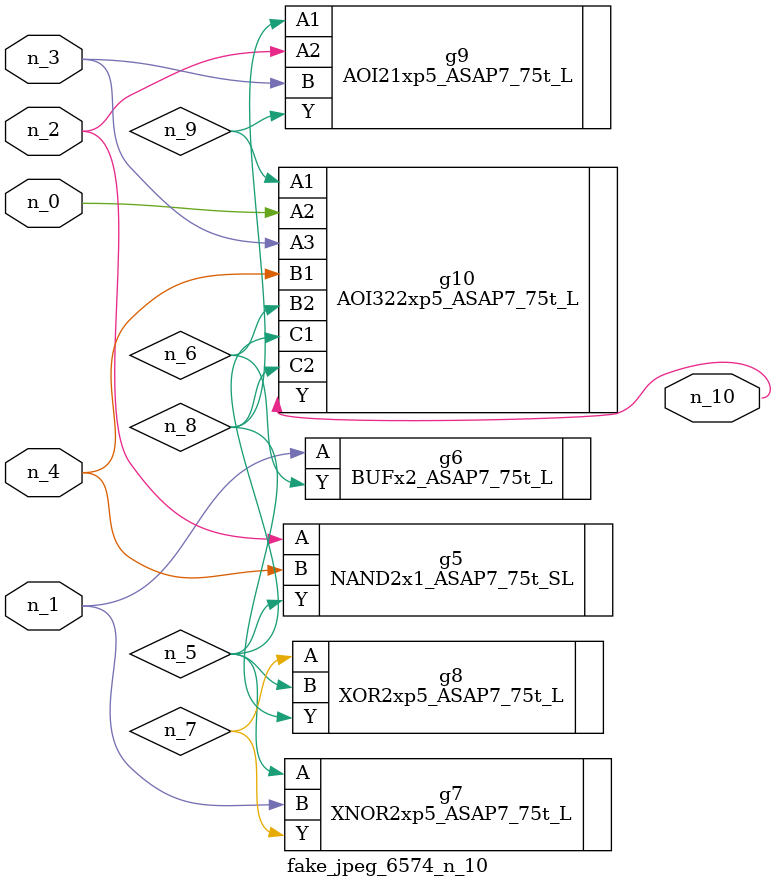
<source format=v>
module fake_jpeg_6574_n_10 (n_3, n_2, n_1, n_0, n_4, n_10);

input n_3;
input n_2;
input n_1;
input n_0;
input n_4;

output n_10;

wire n_8;
wire n_9;
wire n_6;
wire n_5;
wire n_7;

NAND2x1_ASAP7_75t_SL g5 ( 
.A(n_2),
.B(n_4),
.Y(n_5)
);

BUFx2_ASAP7_75t_L g6 ( 
.A(n_1),
.Y(n_6)
);

XNOR2xp5_ASAP7_75t_L g7 ( 
.A(n_5),
.B(n_1),
.Y(n_7)
);

XOR2xp5_ASAP7_75t_L g8 ( 
.A(n_7),
.B(n_5),
.Y(n_8)
);

AOI21xp5_ASAP7_75t_L g9 ( 
.A1(n_8),
.A2(n_2),
.B(n_3),
.Y(n_9)
);

AOI322xp5_ASAP7_75t_L g10 ( 
.A1(n_9),
.A2(n_0),
.A3(n_3),
.B1(n_4),
.B2(n_6),
.C1(n_5),
.C2(n_8),
.Y(n_10)
);


endmodule
</source>
